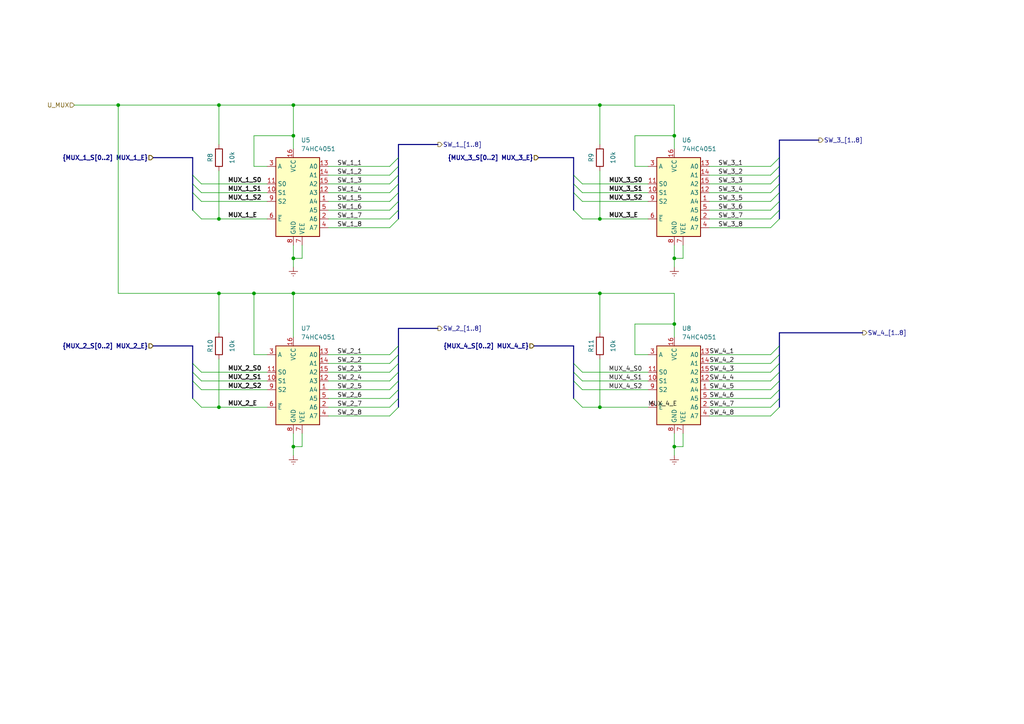
<source format=kicad_sch>
(kicad_sch (version 20231120) (generator "eeschema") (generator_version "8.0")
  (paper "A4")
  (lib_symbols
    (symbol "74xx:74HC4051"
      (property "Reference" "U" (at -5.08 11.43 0))
      (property "Value" "74HC4051" (at -7.62 -13.97 0))
      (symbol "74HC4051_0_1"
        (rectangle (start -5.08 10.16) (end 7.62 -12.7) (stroke (width 0.254)) (fill (type background)))
      )
      (symbol "74HC4051_1_1"
        (pin passive line (at 10.16 -2.54 180) (length 2.54) (name "A4") (number "1"))
        (pin input line (at -7.62 0 0) (length 2.54) (name "S1") (number "10"))
        (pin input line (at -7.62 2.54 0) (length 2.54) (name "S0") (number "11"))
        (pin passive line (at 10.16 0 180) (length 2.54) (name "A3") (number "12"))
        (pin passive line (at 10.16 7.62 180) (length 2.54) (name "A0") (number "13"))
        (pin passive line (at 10.16 5.08 180) (length 2.54) (name "A1") (number "14"))
        (pin passive line (at 10.16 2.54 180) (length 2.54) (name "A2") (number "15"))
        (pin power_in line (at 0 12.7 270) (length 2.54) (name "VCC") (number "16"))
        (pin passive line (at 10.16 -7.62 180) (length 2.54) (name "A6") (number "2"))
        (pin passive line (at -7.62 7.62 0) (length 2.54) (name "A") (number "3"))
        (pin passive line (at 10.16 -10.16 180) (length 2.54) (name "A7") (number "4"))
        (pin passive line (at 10.16 -5.08 180) (length 2.54) (name "A5") (number "5"))
        (pin input line (at -7.62 -7.62 0) (length 2.54) (name "~{E}") (number "6"))
        (pin power_in line (at 2.54 -15.24 90) (length 2.54) (name "VEE") (number "7"))
        (pin power_in line (at 0 -15.24 90) (length 2.54) (name "GND") (number "8"))
        (pin input line (at -7.62 -2.54 0) (length 2.54) (name "S2") (number "9"))
      )
    )
    (symbol "Device:R" (pin_numbers hide) (pin_names (offset 0))
      (property "Reference" "R" (at 2.032 0 90))
      (property "Value" "R" (at 0 0 90))
      (symbol "R_0_1"
        (rectangle (start -1.016 -2.54) (end 1.016 2.54) (stroke (width 0.254)))
      )
      (symbol "R_1_1"
        (pin passive line (at 0 3.81 270) (length 1.27) (name "~") (number "1"))
        (pin passive line (at 0 -3.81 90) (length 1.27) (name "~") (number "2"))
      )
    )
    (symbol "power:Earth" (power) (pin_names (offset 0))
      (symbol "Earth_0_1"
        (polyline (pts (xy -0.635 -1.905) (xy 0.635 -1.905)))
        (polyline (pts (xy -0.127 -2.54) (xy 0.127 -2.54)))
        (polyline (pts (xy 0 -1.27) (xy 0 0)))
        (polyline (pts (xy 1.27 -1.27) (xy -1.27 -1.27)))
      )
      (symbol "Earth_1_1"
        (pin power_in line (at 0 0 270) (length 0) hide (name "Earth") (number "1"))
      )
    )
  )
  (junction (at 63.5 30.48))
  (junction (at 85.09 129.54))
  (junction (at 173.99 63.5))
  (junction (at 85.09 39.37))
  (junction (at 195.58 93.98))
  (junction (at 85.09 30.48))
  (junction (at 195.58 74.93))
  (junction (at 63.5 118.11))
  (junction (at 173.99 30.48))
  (junction (at 173.99 85.09))
  (junction (at 63.5 85.09))
  (junction (at 63.5 63.5))
  (junction (at 85.09 74.93))
  (junction (at 34.29 30.48))
  (junction (at 73.66 85.09))
  (junction (at 195.58 129.54))
  (junction (at 195.58 39.37))
  (junction (at 173.99 118.11))
  (junction (at 85.09 85.09))
  (bus_entry (at 226.06 102.87) (size -2.54 2.54))
  (bus_entry (at 223.52 48.26) (size 2.54 -2.54))
  (bus_entry (at 55.88 60.96) (size 2.54 2.54))
  (bus_entry (at 113.03 107.95) (size 2.54 -2.54))
  (bus_entry (at 223.52 58.42) (size 2.54 -2.54))
  (bus_entry (at 55.88 107.95) (size 2.54 2.54))
  (bus_entry (at 113.03 113.03) (size 2.54 -2.54))
  (bus_entry (at 55.88 105.41) (size 2.54 2.54))
  (bus_entry (at 55.88 50.8) (size 2.54 2.54))
  (bus_entry (at 226.06 113.03) (size -2.54 2.54))
  (bus_entry (at 226.06 107.95) (size -2.54 2.54))
  (bus_entry (at 113.03 60.96) (size 2.54 -2.54))
  (bus_entry (at 55.88 110.49) (size 2.54 2.54))
  (bus_entry (at 55.88 115.57) (size 2.54 2.54))
  (bus_entry (at 113.03 118.11) (size 2.54 -2.54))
  (bus_entry (at 223.52 55.88) (size 2.54 -2.54))
  (bus_entry (at 223.52 53.34) (size 2.54 -2.54))
  (bus_entry (at 113.03 48.26) (size 2.54 -2.54))
  (bus_entry (at 113.03 58.42) (size 2.54 -2.54))
  (bus_entry (at 55.88 53.34) (size 2.54 2.54))
  (bus_entry (at 55.88 55.88) (size 2.54 2.54))
  (bus_entry (at 113.03 55.88) (size 2.54 -2.54))
  (bus_entry (at 226.06 110.49) (size -2.54 2.54))
  (bus_entry (at 166.37 55.88) (size 2.54 2.54))
  (bus_entry (at 113.03 120.65) (size 2.54 -2.54))
  (bus_entry (at 223.52 66.04) (size 2.54 -2.54))
  (bus_entry (at 166.37 110.49) (size 2.54 2.54))
  (bus_entry (at 166.37 115.57) (size 2.54 2.54))
  (bus_entry (at 223.52 60.96) (size 2.54 -2.54))
  (bus_entry (at 166.37 50.8) (size 2.54 2.54))
  (bus_entry (at 113.03 105.41) (size 2.54 -2.54))
  (bus_entry (at 166.37 105.41) (size 2.54 2.54))
  (bus_entry (at 223.52 50.8) (size 2.54 -2.54))
  (bus_entry (at 223.52 63.5) (size 2.54 -2.54))
  (bus_entry (at 166.37 60.96) (size 2.54 2.54))
  (bus_entry (at 113.03 66.04) (size 2.54 -2.54))
  (bus_entry (at 113.03 63.5) (size 2.54 -2.54))
  (bus_entry (at 226.06 115.57) (size -2.54 2.54))
  (bus_entry (at 226.06 118.11) (size -2.54 2.54))
  (bus_entry (at 113.03 115.57) (size 2.54 -2.54))
  (bus_entry (at 113.03 102.87) (size 2.54 -2.54))
  (bus_entry (at 166.37 53.34) (size 2.54 2.54))
  (bus_entry (at 226.06 105.41) (size -2.54 2.54))
  (bus_entry (at 226.06 100.33) (size -2.54 2.54))
  (bus_entry (at 113.03 50.8) (size 2.54 -2.54))
  (bus_entry (at 113.03 110.49) (size 2.54 -2.54))
  (bus_entry (at 113.03 53.34) (size 2.54 -2.54))
  (bus_entry (at 166.37 107.95) (size 2.54 2.54))
  (wire (pts (xy 168.91 55.88) (xy 187.96 55.88)))
  (wire (pts (xy 173.99 104.14) (xy 173.99 118.11)))
  (bus (pts (xy 226.06 96.52) (xy 250.19 96.52)))
  (bus (pts (xy 55.88 45.72) (xy 44.45 45.72)))
  (bus (pts (xy 115.57 107.95) (xy 115.57 105.41)))
  (bus (pts (xy 226.06 50.8) (xy 226.06 48.26)))
  (wire (pts (xy 58.42 113.03) (xy 77.47 113.03)))
  (bus (pts (xy 226.06 115.57) (xy 226.06 118.11)))
  (wire (pts (xy 168.91 110.49) (xy 187.96 110.49)))
  (bus (pts (xy 166.37 105.41) (xy 166.37 107.95)))
  (wire (pts (xy 205.74 48.26) (xy 223.52 48.26)))
  (wire (pts (xy 58.42 107.95) (xy 77.47 107.95)))
  (wire (pts (xy 205.74 66.04) (xy 223.52 66.04)))
  (wire (pts (xy 173.99 85.09) (xy 173.99 96.52)))
  (bus (pts (xy 115.57 58.42) (xy 115.57 55.88)))
  (wire (pts (xy 85.09 85.09) (xy 85.09 97.79)))
  (bus (pts (xy 115.57 102.87) (xy 115.57 100.33)))
  (wire (pts (xy 195.58 74.93) (xy 195.58 77.47)))
  (wire (pts (xy 195.58 93.98) (xy 195.58 97.79)))
  (wire (pts (xy 85.09 39.37) (xy 85.09 43.18)))
  (bus (pts (xy 166.37 100.33) (xy 166.37 105.41)))
  (bus (pts (xy 154.94 100.33) (xy 166.37 100.33)))
  (bus (pts (xy 55.88 107.95) (xy 55.88 105.41)))
  (wire (pts (xy 73.66 48.26) (xy 73.66 39.37)))
  (wire (pts (xy 87.63 125.73) (xy 87.63 129.54)))
  (bus (pts (xy 226.06 105.41) (xy 226.06 107.95)))
  (bus (pts (xy 127 95.25) (xy 115.57 95.25)))
  (bus (pts (xy 226.06 110.49) (xy 226.06 113.03)))
  (wire (pts (xy 223.52 105.41) (xy 205.74 105.41)))
  (wire (pts (xy 173.99 118.11) (xy 187.96 118.11)))
  (bus (pts (xy 115.57 45.72) (xy 115.57 41.91)))
  (wire (pts (xy 21.59 30.48) (xy 34.29 30.48)))
  (wire (pts (xy 195.58 39.37) (xy 195.58 43.18)))
  (wire (pts (xy 63.5 63.5) (xy 77.47 63.5)))
  (wire (pts (xy 168.91 63.5) (xy 173.99 63.5)))
  (bus (pts (xy 226.06 40.64) (xy 226.06 45.72)))
  (wire (pts (xy 58.42 53.34) (xy 77.47 53.34)))
  (bus (pts (xy 166.37 60.96) (xy 166.37 55.88)))
  (wire (pts (xy 205.74 120.65) (xy 223.52 120.65)))
  (wire (pts (xy 205.74 118.11) (xy 223.52 118.11)))
  (wire (pts (xy 77.47 48.26) (xy 73.66 48.26)))
  (bus (pts (xy 55.88 105.41) (xy 55.88 100.33)))
  (wire (pts (xy 63.5 85.09) (xy 63.5 96.52)))
  (wire (pts (xy 95.25 58.42) (xy 113.03 58.42)))
  (wire (pts (xy 168.91 53.34) (xy 187.96 53.34)))
  (bus (pts (xy 226.06 48.26) (xy 226.06 45.72)))
  (bus (pts (xy 226.06 113.03) (xy 226.06 115.57)))
  (wire (pts (xy 95.25 110.49) (xy 113.03 110.49)))
  (wire (pts (xy 95.25 53.34) (xy 113.03 53.34)))
  (wire (pts (xy 168.91 113.03) (xy 187.96 113.03)))
  (wire (pts (xy 58.42 110.49) (xy 77.47 110.49)))
  (wire (pts (xy 58.42 118.11) (xy 63.5 118.11)))
  (wire (pts (xy 73.66 39.37) (xy 85.09 39.37)))
  (bus (pts (xy 226.06 96.52) (xy 226.06 100.33)))
  (wire (pts (xy 95.25 48.26) (xy 113.03 48.26)))
  (wire (pts (xy 173.99 30.48) (xy 173.99 41.91)))
  (wire (pts (xy 168.91 107.95) (xy 187.96 107.95)))
  (bus (pts (xy 115.57 48.26) (xy 115.57 45.72)))
  (wire (pts (xy 95.25 66.04) (xy 113.03 66.04)))
  (wire (pts (xy 168.91 58.42) (xy 187.96 58.42)))
  (wire (pts (xy 85.09 71.12) (xy 85.09 74.93)))
  (wire (pts (xy 198.12 125.73) (xy 198.12 129.54)))
  (bus (pts (xy 115.57 55.88) (xy 115.57 53.34)))
  (bus (pts (xy 226.06 107.95) (xy 226.06 110.49)))
  (wire (pts (xy 195.58 125.73) (xy 195.58 129.54)))
  (wire (pts (xy 195.58 129.54) (xy 195.58 132.08)))
  (wire (pts (xy 223.52 110.49) (xy 205.74 110.49)))
  (bus (pts (xy 115.57 60.96) (xy 115.57 58.42)))
  (wire (pts (xy 73.66 85.09) (xy 73.66 102.87)))
  (wire (pts (xy 85.09 30.48) (xy 173.99 30.48)))
  (bus (pts (xy 115.57 50.8) (xy 115.57 48.26)))
  (bus (pts (xy 115.57 118.11) (xy 115.57 115.57)))
  (wire (pts (xy 95.25 55.88) (xy 113.03 55.88)))
  (wire (pts (xy 58.42 55.88) (xy 77.47 55.88)))
  (wire (pts (xy 198.12 74.93) (xy 195.58 74.93)))
  (wire (pts (xy 205.74 113.03) (xy 223.52 113.03)))
  (bus (pts (xy 237.49 40.64) (xy 226.06 40.64)))
  (bus (pts (xy 115.57 53.34) (xy 115.57 50.8)))
  (bus (pts (xy 115.57 115.57) (xy 115.57 113.03)))
  (wire (pts (xy 85.09 129.54) (xy 85.09 132.08)))
  (wire (pts (xy 63.5 30.48) (xy 63.5 41.91)))
  (wire (pts (xy 205.74 53.34) (xy 223.52 53.34)))
  (wire (pts (xy 95.25 105.41) (xy 113.03 105.41)))
  (wire (pts (xy 85.09 74.93) (xy 85.09 77.47)))
  (wire (pts (xy 85.09 125.73) (xy 85.09 129.54)))
  (bus (pts (xy 115.57 105.41) (xy 115.57 102.87)))
  (wire (pts (xy 95.25 115.57) (xy 113.03 115.57)))
  (wire (pts (xy 187.96 48.26) (xy 184.15 48.26)))
  (wire (pts (xy 63.5 104.14) (xy 63.5 118.11)))
  (bus (pts (xy 226.06 102.87) (xy 226.06 105.41)))
  (wire (pts (xy 173.99 49.53) (xy 173.99 63.5)))
  (wire (pts (xy 77.47 102.87) (xy 73.66 102.87)))
  (bus (pts (xy 115.57 95.25) (xy 115.57 100.33)))
  (bus (pts (xy 55.88 115.57) (xy 55.88 110.49)))
  (wire (pts (xy 205.74 58.42) (xy 223.52 58.42)))
  (wire (pts (xy 184.15 93.98) (xy 195.58 93.98)))
  (wire (pts (xy 184.15 39.37) (xy 195.58 39.37)))
  (bus (pts (xy 44.45 100.33) (xy 55.88 100.33)))
  (bus (pts (xy 156.21 45.72) (xy 166.37 45.72)))
  (wire (pts (xy 34.29 85.09) (xy 34.29 30.48)))
  (wire (pts (xy 205.74 115.57) (xy 223.52 115.57)))
  (wire (pts (xy 95.25 60.96) (xy 113.03 60.96)))
  (wire (pts (xy 95.25 102.87) (xy 113.03 102.87)))
  (bus (pts (xy 226.06 55.88) (xy 226.06 53.34)))
  (bus (pts (xy 166.37 53.34) (xy 166.37 50.8)))
  (wire (pts (xy 87.63 129.54) (xy 85.09 129.54)))
  (wire (pts (xy 195.58 30.48) (xy 195.58 39.37)))
  (bus (pts (xy 55.88 55.88) (xy 55.88 53.34)))
  (wire (pts (xy 85.09 85.09) (xy 173.99 85.09)))
  (wire (pts (xy 205.74 63.5) (xy 223.52 63.5)))
  (bus (pts (xy 166.37 50.8) (xy 166.37 45.72)))
  (wire (pts (xy 87.63 71.12) (xy 87.63 74.93)))
  (bus (pts (xy 166.37 110.49) (xy 166.37 115.57)))
  (wire (pts (xy 58.42 63.5) (xy 63.5 63.5)))
  (wire (pts (xy 187.96 102.87) (xy 184.15 102.87)))
  (wire (pts (xy 95.25 63.5) (xy 113.03 63.5)))
  (wire (pts (xy 168.91 118.11) (xy 173.99 118.11)))
  (bus (pts (xy 55.88 110.49) (xy 55.88 107.95)))
  (bus (pts (xy 226.06 60.96) (xy 226.06 58.42)))
  (bus (pts (xy 226.06 63.5) (xy 226.06 60.96)))
  (bus (pts (xy 115.57 63.5) (xy 115.57 60.96)))
  (wire (pts (xy 95.25 107.95) (xy 113.03 107.95)))
  (wire (pts (xy 63.5 30.48) (xy 85.09 30.48)))
  (bus (pts (xy 115.57 41.91) (xy 127 41.91)))
  (bus (pts (xy 115.57 113.03) (xy 115.57 110.49)))
  (wire (pts (xy 95.25 118.11) (xy 113.03 118.11)))
  (wire (pts (xy 184.15 48.26) (xy 184.15 39.37)))
  (bus (pts (xy 166.37 55.88) (xy 166.37 53.34)))
  (wire (pts (xy 63.5 85.09) (xy 34.29 85.09)))
  (wire (pts (xy 73.66 85.09) (xy 85.09 85.09)))
  (wire (pts (xy 95.25 50.8) (xy 113.03 50.8)))
  (wire (pts (xy 184.15 102.87) (xy 184.15 93.98)))
  (wire (pts (xy 205.74 60.96) (xy 223.52 60.96)))
  (wire (pts (xy 95.25 120.65) (xy 113.03 120.65)))
  (bus (pts (xy 55.88 53.34) (xy 55.88 50.8)))
  (bus (pts (xy 55.88 50.8) (xy 55.88 45.72)))
  (wire (pts (xy 173.99 63.5) (xy 187.96 63.5)))
  (wire (pts (xy 198.12 129.54) (xy 195.58 129.54)))
  (wire (pts (xy 58.42 58.42) (xy 77.47 58.42)))
  (bus (pts (xy 226.06 58.42) (xy 226.06 55.88)))
  (wire (pts (xy 85.09 30.48) (xy 85.09 39.37)))
  (bus (pts (xy 115.57 110.49) (xy 115.57 107.95)))
  (wire (pts (xy 63.5 49.53) (xy 63.5 63.5)))
  (bus (pts (xy 226.06 100.33) (xy 226.06 102.87)))
  (wire (pts (xy 223.52 107.95) (xy 205.74 107.95)))
  (wire (pts (xy 63.5 118.11) (xy 77.47 118.11)))
  (wire (pts (xy 198.12 71.12) (xy 198.12 74.93)))
  (wire (pts (xy 195.58 85.09) (xy 195.58 93.98)))
  (wire (pts (xy 173.99 30.48) (xy 195.58 30.48)))
  (wire (pts (xy 87.63 74.93) (xy 85.09 74.93)))
  (wire (pts (xy 205.74 102.87) (xy 223.52 102.87)))
  (wire (pts (xy 173.99 85.09) (xy 195.58 85.09)))
  (wire (pts (xy 34.29 30.48) (xy 63.5 30.48)))
  (wire (pts (xy 205.74 55.88) (xy 223.52 55.88)))
  (wire (pts (xy 195.58 71.12) (xy 195.58 74.93)))
  (bus (pts (xy 226.06 53.34) (xy 226.06 50.8)))
  (bus (pts (xy 55.88 60.96) (xy 55.88 55.88)))
  (wire (pts (xy 205.74 50.8) (xy 223.52 50.8)))
  (wire (pts (xy 95.25 113.03) (xy 113.03 113.03)))
  (bus (pts (xy 166.37 107.95) (xy 166.37 110.49)))
  (wire (pts (xy 63.5 85.09) (xy 73.66 85.09)))
  (label "MUX_2_S1" (at 66.04 110.49 0) (effects (font (bold yes))))
  (label "SW_2_1" (at 97.79 102.87 0))
  (label "SW_4_4" (at 205.74 110.49 0))
  (label "SW_3_2" (at 208.28 50.8 0))
  (label "SW_2_3" (at 97.79 107.95 0))
  (label "SW_1_4" (at 97.79 55.88 0))
  (label "SW_1_3" (at 97.79 53.34 0))
  (label "MUX_2_S0" (at 66.04 107.95 0) (effects (font (bold yes))))
  (label "MUX_1_S0" (at 66.04 53.34 0) (effects (font (bold yes))))
  (label "SW_3_4" (at 208.28 55.88 0))
  (label "MUX_4_E" (at 187.96 118.11 0))
  (label "MUX_2_S2" (at 66.04 113.03 0) (effects (font (bold yes))))
  (label "SW_2_8" (at 97.79 120.65 0))
  (label "SW_4_6" (at 205.74 115.57 0))
  (label "SW_4_2" (at 205.74 105.41 0))
  (label "SW_2_6" (at 97.79 115.57 0))
  (label "MUX_4_S1" (at 176.53 110.49 0))
  (label "MUX_3_S0" (at 176.53 53.34 0) (effects (font (bold yes))))
  (label "SW_2_4" (at 97.79 110.49 0))
  (label "SW_3_3" (at 208.28 53.34 0))
  (label "MUX_3_E" (at 176.53 63.5 0) (effects (font (bold yes))))
  (label "SW_1_1" (at 97.79 48.26 0))
  (label "SW_3_1" (at 208.28 48.26 0))
  (label "SW_1_8" (at 97.79 66.04 0))
  (label "SW_1_2" (at 97.79 50.8 0))
  (label "SW_2_7" (at 97.79 118.11 0))
  (label "SW_3_6" (at 208.28 60.96 0))
  (label "MUX_2_E" (at 66.04 118.11 0) (effects (font (bold yes))))
  (label "SW_4_1" (at 205.74 102.87 0))
  (label "MUX_1_E" (at 66.04 63.5 0) (effects (font (bold yes))))
  (label "SW_4_8" (at 205.74 120.65 0))
  (label "SW_3_7" (at 208.28 63.5 0))
  (label "SW_4_7" (at 205.74 118.11 0))
  (label "MUX_1_S1" (at 66.04 55.88 0) (effects (font (bold yes))))
  (label "SW_4_3" (at 205.74 107.95 0))
  (label "MUX_3_S1" (at 176.53 55.88 0) (effects (font (bold yes))))
  (label "MUX_3_S2" (at 176.53 58.42 0) (effects (font (bold yes))))
  (label "MUX_4_S0" (at 176.53 107.95 0))
  (label "SW_1_6" (at 97.79 60.96 0))
  (label "SW_1_5" (at 97.79 58.42 0))
  (label "SW_4_5" (at 205.74 113.03 0))
  (label "MUX_1_S2" (at 66.04 58.42 0) (effects (font (bold yes))))
  (label "SW_1_7" (at 97.79 63.5 0))
  (label "SW_3_5" (at 208.28 58.42 0))
  (label "SW_2_5" (at 97.79 113.03 0))
  (label "SW_3_8" (at 208.28 66.04 0))
  (label "SW_2_2" (at 97.79 105.41 0))
  (label "MUX_4_S2" (at 176.53 113.03 0))
  (hierarchical_label "{MUX_2_S[0..2] MUX_2_E}" (shape input) (at 44.45 100.33 180) (effects (font (bold yes))))
  (hierarchical_label "SW_2_[1..8]" (shape output) (at 127 95.25 0))
  (hierarchical_label "{MUX_1_S[0..2] MUX_1_E}" (shape input) (at 44.45 45.72 180) (effects (font (bold yes))))
  (hierarchical_label "SW_3_[1..8]" (shape output) (at 237.49 40.64 0))
  (hierarchical_label "{MUX_3_S[0..2] MUX_3_E}" (shape input) (at 156.21 45.72 180) (effects (font (bold yes))))
  (hierarchical_label "SW_4_[1..8]" (shape output) (at 250.19 96.52 0))
  (hierarchical_label "SW_1_[1..8]" (shape output) (at 127 41.91 0))
  (hierarchical_label "U_MUX" (shape input) (at 21.59 30.48 180))
  (hierarchical_label "{MUX_4_S[0..2] MUX_4_E}" (shape input) (at 154.94 100.33 180) (effects (font (bold yes))))
  (symbol (lib_id "Device:R") (at 173.99 45.72 0) (unit 1)
    (property "Reference" "R9" (at 171.45 45.72 90))
    (property "Value" "10k" (at 177.8 45.72 90))
    (property "Footprint" "Resistor_SMD:R_1206_3216Metric_Pad1.30x1.75mm_HandSolder" (effects (hide yes)))
  )
  (symbol (lib_id "74xx:74HC4051") (at 195.58 55.88 0) (unit 1)
    (property "Reference" "U6" (at 197.7741 40.64 0) (effects (justify left)))
    (property "Value" "74HC4051" (at 197.7741 43.18 0) (effects (justify left)))
    (property "Footprint" "Package_SO:TSSOP-16_4.4x5mm_P0.65mm" (effects (hide yes)))
    (property "Datasheet" "http://www.ti.com/lit/ds/symlink/cd74hc4051.pdf" (effects (hide yes)))
  )
  (symbol (lib_id "power:Earth") (at 85.09 77.47 0) (unit 1)
    (property "Reference" "#PWR018" (effects (hide yes)))
    (property "Value" "Earth" (effects (hide yes)))
  )
  (symbol (lib_id "74xx:74HC4051") (at 85.09 110.49 0) (unit 1)
    (property "Reference" "U7" (at 87.2841 95.25 0) (effects (justify left)))
    (property "Value" "74HC4051" (at 87.2841 97.79 0) (effects (justify left)))
    (property "Footprint" "Package_SO:TSSOP-16_4.4x5mm_P0.65mm" (effects (hide yes)))
    (property "Datasheet" "http://www.ti.com/lit/ds/symlink/cd74hc4051.pdf" (effects (hide yes)))
  )
  (symbol (lib_id "Device:R") (at 63.5 45.72 0) (unit 1)
    (property "Reference" "R8" (at 60.96 45.72 90))
    (property "Value" "10k" (at 67.31 45.72 90))
    (property "Footprint" "Resistor_SMD:R_1206_3216Metric_Pad1.30x1.75mm_HandSolder" (effects (hide yes)))
  )
  (symbol (lib_id "Device:R") (at 63.5 100.33 0) (unit 1)
    (property "Reference" "R10" (at 60.96 100.33 90))
    (property "Value" "10k" (at 67.31 100.33 90))
    (property "Footprint" "Resistor_SMD:R_1206_3216Metric_Pad1.30x1.75mm_HandSolder" (effects (hide yes)))
  )
  (symbol (lib_id "74xx:74HC4051") (at 195.58 110.49 0) (unit 1)
    (property "Reference" "U8" (at 197.7741 95.25 0) (effects (justify left)))
    (property "Value" "74HC4051" (at 197.7741 97.79 0) (effects (justify left)))
    (property "Footprint" "Package_SO:TSSOP-16_4.4x5mm_P0.65mm" (effects (hide yes)))
    (property "Datasheet" "http://www.ti.com/lit/ds/symlink/cd74hc4051.pdf" (effects (hide yes)))
  )
  (symbol (lib_id "power:Earth") (at 85.09 132.08 0) (unit 1)
    (property "Reference" "#PWR08" (effects (hide yes)))
    (property "Value" "Earth" (effects (hide yes)))
  )
  (symbol (lib_id "power:Earth") (at 195.58 132.08 0) (unit 1)
    (property "Reference" "#PWR021" (effects (hide yes)))
    (property "Value" "Earth" (effects (hide yes)))
  )
  (symbol (lib_id "74xx:74HC4051") (at 85.09 55.88 0) (unit 1)
    (property "Reference" "U5" (at 87.2841 40.64 0) (effects (justify left)))
    (property "Value" "74HC4051" (at 87.2841 43.18 0) (effects (justify left)))
    (property "Footprint" "Package_SO:TSSOP-16_4.4x5mm_P0.65mm" (effects (hide yes)))
    (property "Datasheet" "http://www.ti.com/lit/ds/symlink/cd74hc4051.pdf" (effects (hide yes)))
  )
  (symbol (lib_id "Device:R") (at 173.99 100.33 0) (unit 1)
    (property "Reference" "R11" (at 171.45 100.33 90))
    (property "Value" "10k" (at 177.8 100.33 90))
    (property "Footprint" "Resistor_SMD:R_1206_3216Metric_Pad1.30x1.75mm_HandSolder" (effects (hide yes)))
  )
  (symbol (lib_id "power:Earth") (at 195.58 77.47 0) (unit 1)
    (property "Reference" "#PWR019" (effects (hide yes)))
    (property "Value" "Earth" (effects (hide yes)))
  )
)
</source>
